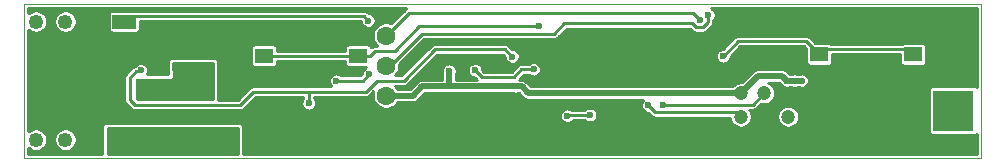
<source format=gbr>
G04 #@! TF.GenerationSoftware,KiCad,Pcbnew,(5.1.5-0-10_14)*
G04 #@! TF.CreationDate,2021-02-26T10:59:33+01:00*
G04 #@! TF.ProjectId,L_tfix,4cf67466-6978-42e6-9b69-6361645f7063,rev?*
G04 #@! TF.SameCoordinates,Original*
G04 #@! TF.FileFunction,Copper,L1,Top*
G04 #@! TF.FilePolarity,Positive*
%FSLAX46Y46*%
G04 Gerber Fmt 4.6, Leading zero omitted, Abs format (unit mm)*
G04 Created by KiCad (PCBNEW (5.1.5-0-10_14)) date 2021-02-26 10:59:33*
%MOMM*%
%LPD*%
G04 APERTURE LIST*
%ADD10C,0.050000*%
%ADD11C,0.150000*%
%ADD12C,1.600000*%
%ADD13R,1.600000X1.600000*%
%ADD14C,1.200000*%
%ADD15C,1.250000*%
%ADD16R,2.000000X1.200000*%
%ADD17R,1.200000X2.000000*%
%ADD18R,1.550000X1.300000*%
%ADD19C,0.600000*%
%ADD20R,2.950000X4.500000*%
%ADD21C,3.500120*%
%ADD22R,3.500120X3.500120*%
%ADD23C,0.500000*%
%ADD24C,0.250000*%
%ADD25C,0.254000*%
G04 APERTURE END LIST*
D10*
X21000000Y-30000000D02*
X21000000Y-33000000D01*
X21000000Y-23000000D02*
X21000000Y-30000000D01*
X21000000Y-20000000D02*
X21000000Y-23000000D01*
X102000000Y-20000000D02*
X21000000Y-20000000D01*
X102000000Y-20000000D02*
X102000000Y-33000000D01*
X21000000Y-33000000D02*
X102000000Y-33000000D01*
G04 #@! TA.AperFunction,SMDPad,CuDef*
D11*
G36*
X36624433Y-30570827D02*
G01*
X36669329Y-30577487D01*
X36713357Y-30588515D01*
X36756091Y-30603806D01*
X36797121Y-30623211D01*
X36836051Y-30646545D01*
X36872507Y-30673583D01*
X36906137Y-30704063D01*
X36936617Y-30737693D01*
X36963655Y-30774149D01*
X36986989Y-30813079D01*
X37006394Y-30854109D01*
X37021685Y-30896843D01*
X37032713Y-30940871D01*
X37039373Y-30985767D01*
X37041600Y-31031100D01*
X37041600Y-31956100D01*
X37039373Y-32001433D01*
X37032713Y-32046329D01*
X37021685Y-32090357D01*
X37006394Y-32133091D01*
X36986989Y-32174121D01*
X36963655Y-32213051D01*
X36936617Y-32249507D01*
X36906137Y-32283137D01*
X36872507Y-32313617D01*
X36836051Y-32340655D01*
X36797121Y-32363989D01*
X36756091Y-32383394D01*
X36713357Y-32398685D01*
X36669329Y-32409713D01*
X36624433Y-32416373D01*
X36579100Y-32418600D01*
X34104100Y-32418600D01*
X34058767Y-32416373D01*
X34013871Y-32409713D01*
X33969843Y-32398685D01*
X33927109Y-32383394D01*
X33886079Y-32363989D01*
X33847149Y-32340655D01*
X33810693Y-32313617D01*
X33777063Y-32283137D01*
X33746583Y-32249507D01*
X33719545Y-32213051D01*
X33696211Y-32174121D01*
X33676806Y-32133091D01*
X33661515Y-32090357D01*
X33650487Y-32046329D01*
X33643827Y-32001433D01*
X33641600Y-31956100D01*
X33641600Y-31031100D01*
X33643827Y-30985767D01*
X33650487Y-30940871D01*
X33661515Y-30896843D01*
X33676806Y-30854109D01*
X33696211Y-30813079D01*
X33719545Y-30774149D01*
X33746583Y-30737693D01*
X33777063Y-30704063D01*
X33810693Y-30673583D01*
X33847149Y-30646545D01*
X33886079Y-30623211D01*
X33927109Y-30603806D01*
X33969843Y-30588515D01*
X34013871Y-30577487D01*
X34058767Y-30570827D01*
X34104100Y-30568600D01*
X36579100Y-30568600D01*
X36624433Y-30570827D01*
G37*
G04 #@! TD.AperFunction*
G04 #@! TA.AperFunction,SMDPad,CuDef*
G36*
X36624433Y-25020827D02*
G01*
X36669329Y-25027487D01*
X36713357Y-25038515D01*
X36756091Y-25053806D01*
X36797121Y-25073211D01*
X36836051Y-25096545D01*
X36872507Y-25123583D01*
X36906137Y-25154063D01*
X36936617Y-25187693D01*
X36963655Y-25224149D01*
X36986989Y-25263079D01*
X37006394Y-25304109D01*
X37021685Y-25346843D01*
X37032713Y-25390871D01*
X37039373Y-25435767D01*
X37041600Y-25481100D01*
X37041600Y-26406100D01*
X37039373Y-26451433D01*
X37032713Y-26496329D01*
X37021685Y-26540357D01*
X37006394Y-26583091D01*
X36986989Y-26624121D01*
X36963655Y-26663051D01*
X36936617Y-26699507D01*
X36906137Y-26733137D01*
X36872507Y-26763617D01*
X36836051Y-26790655D01*
X36797121Y-26813989D01*
X36756091Y-26833394D01*
X36713357Y-26848685D01*
X36669329Y-26859713D01*
X36624433Y-26866373D01*
X36579100Y-26868600D01*
X34104100Y-26868600D01*
X34058767Y-26866373D01*
X34013871Y-26859713D01*
X33969843Y-26848685D01*
X33927109Y-26833394D01*
X33886079Y-26813989D01*
X33847149Y-26790655D01*
X33810693Y-26763617D01*
X33777063Y-26733137D01*
X33746583Y-26699507D01*
X33719545Y-26663051D01*
X33696211Y-26624121D01*
X33676806Y-26583091D01*
X33661515Y-26540357D01*
X33650487Y-26496329D01*
X33643827Y-26451433D01*
X33641600Y-26406100D01*
X33641600Y-25481100D01*
X33643827Y-25435767D01*
X33650487Y-25390871D01*
X33661515Y-25346843D01*
X33676806Y-25304109D01*
X33696211Y-25263079D01*
X33719545Y-25224149D01*
X33746583Y-25187693D01*
X33777063Y-25154063D01*
X33810693Y-25123583D01*
X33847149Y-25096545D01*
X33886079Y-25073211D01*
X33927109Y-25053806D01*
X33969843Y-25038515D01*
X34013871Y-25027487D01*
X34058767Y-25020827D01*
X34104100Y-25018600D01*
X36579100Y-25018600D01*
X36624433Y-25020827D01*
G37*
G04 #@! TD.AperFunction*
D12*
X51640000Y-22651760D03*
X51640000Y-25191760D03*
X51640000Y-27731760D03*
D13*
X51640000Y-30271760D03*
D14*
X85672720Y-29514080D03*
X83672720Y-27514080D03*
X83672720Y-29514080D03*
X81672720Y-27514080D03*
X81672720Y-29514080D03*
D15*
X21985600Y-21466800D03*
X21985600Y-31466800D03*
X24485600Y-21466800D03*
X24485600Y-31466800D03*
D16*
X29485600Y-31466800D03*
X29485600Y-21466800D03*
D17*
X24485600Y-26466800D03*
D18*
X88325000Y-24250000D03*
X88325000Y-28750000D03*
X96275000Y-28750000D03*
X96275000Y-24250000D03*
X49260800Y-28863720D03*
X49260800Y-24363720D03*
X41310800Y-24363720D03*
X41310800Y-28863720D03*
D19*
X38160400Y-25574400D03*
X38160400Y-24474400D03*
X39360400Y-24474400D03*
X39360400Y-25574400D03*
X38160400Y-21974400D03*
X38160400Y-23174400D03*
X39360400Y-23174400D03*
X39360400Y-21974400D03*
D20*
X38760400Y-23774400D03*
D21*
X99674720Y-23916680D03*
D22*
X99674720Y-28996680D03*
D19*
X31620500Y-30871200D03*
X31023600Y-30871200D03*
X31023600Y-32065000D03*
X31023600Y-31468100D03*
X31620500Y-31468100D03*
X31620500Y-32065000D03*
X46035000Y-28382000D03*
X44155400Y-29194800D03*
X43342600Y-28382000D03*
X43342600Y-29194800D03*
X44155400Y-28382000D03*
X79964320Y-30622280D03*
X79115960Y-30612120D03*
X69692560Y-22575560D03*
X69758600Y-29906000D03*
X69763680Y-29260840D03*
X69768760Y-30556240D03*
X64805600Y-30515600D03*
X63942000Y-30515600D03*
X63078400Y-30515600D03*
X57388800Y-27823200D03*
X58252400Y-27823200D03*
X59116000Y-27823200D03*
X59979600Y-27823200D03*
X71353720Y-29911080D03*
X56454080Y-27807960D03*
X67934880Y-22611120D03*
X59979600Y-24622800D03*
X46263600Y-31379200D03*
X47127200Y-31379200D03*
X46263600Y-32242800D03*
X47127200Y-32242800D03*
X93030080Y-24511040D03*
X90459600Y-24521200D03*
X91323200Y-24521200D03*
X92186800Y-24521200D03*
X93497440Y-25257800D03*
X90866000Y-25283200D03*
X91780400Y-25283200D03*
X92644000Y-25283200D03*
X87299840Y-20624840D03*
X86446400Y-20629920D03*
X79461400Y-22590800D03*
X80312300Y-22590800D03*
X60894000Y-24622800D03*
X60436800Y-25384800D03*
X61402000Y-25384800D03*
X71353720Y-30551160D03*
X71348640Y-29265920D03*
X30922000Y-24470400D03*
X32395200Y-22692400D03*
X87297300Y-21498600D03*
X86446400Y-21485900D03*
X46847800Y-28382000D03*
X46035000Y-29194800D03*
X46847800Y-29194800D03*
X50124400Y-21371600D03*
X86202560Y-26477000D03*
X86827400Y-26471920D03*
X85582800Y-26464300D03*
X56980799Y-25629989D03*
X62593260Y-26946900D03*
X50231080Y-25882640D03*
X47421840Y-26471920D03*
X64554220Y-21875048D03*
X80172600Y-24394200D03*
X75095651Y-28486167D03*
X73842920Y-28559800D03*
X31353800Y-26578600D03*
X30718800Y-26578600D03*
X30718800Y-27772400D03*
X31328400Y-27772400D03*
X30718800Y-27175500D03*
X31328400Y-27175500D03*
X30871200Y-25588000D03*
X62316400Y-24419600D03*
X45095204Y-28382000D03*
X78186320Y-21320800D03*
X78902600Y-20914400D03*
X59166800Y-25571485D03*
X64135040Y-25506720D03*
X66979840Y-29443720D03*
X68901297Y-29368692D03*
D23*
X38491200Y-23505200D02*
X38760400Y-23774400D01*
D24*
X29961800Y-20990600D02*
X29485600Y-21466800D01*
X50124400Y-21371600D02*
X49743400Y-20990600D01*
X49743400Y-20990600D02*
X29961800Y-20990600D01*
D23*
X85182801Y-26064301D02*
X85582800Y-26464300D01*
X83122499Y-26064301D02*
X85182801Y-26064301D01*
X81672720Y-27514080D02*
X83122499Y-26064301D01*
X63670980Y-27514080D02*
X81672720Y-27514080D01*
X63103800Y-26946900D02*
X63670980Y-27514080D01*
X56980799Y-26932599D02*
X56980799Y-25629989D01*
X56995100Y-26946900D02*
X56980799Y-26932599D01*
X54686740Y-26946900D02*
X56954500Y-26946900D01*
X51549840Y-27731760D02*
X53901880Y-27731760D01*
X53901880Y-27731760D02*
X54686740Y-26946900D01*
X86819780Y-26464300D02*
X86827400Y-26471920D01*
X85582800Y-26464300D02*
X86819780Y-26464300D01*
X56995100Y-26946900D02*
X62593260Y-26946900D01*
X62593260Y-26946900D02*
X63103800Y-26946900D01*
D24*
X47426920Y-26477000D02*
X47421840Y-26471920D01*
X49641800Y-26477000D02*
X47426920Y-26477000D01*
X50231080Y-25882640D02*
X50231080Y-25887720D01*
X50231080Y-25887720D02*
X49641800Y-26477000D01*
X49260800Y-24363720D02*
X41310800Y-24363720D01*
X54462192Y-21875048D02*
X64554220Y-21875048D01*
X52379920Y-23957320D02*
X54462192Y-21875048D01*
X50285800Y-24363720D02*
X50692200Y-23957320D01*
X50692200Y-23957320D02*
X52379920Y-23957320D01*
X49260800Y-24363720D02*
X50285800Y-24363720D01*
X88325000Y-24063000D02*
X88325000Y-23760200D01*
X95809600Y-23784600D02*
X96275000Y-24250000D01*
X88325000Y-24250000D02*
X88790400Y-23784600D01*
X88790400Y-23784600D02*
X95809600Y-23784600D01*
X81455300Y-23111500D02*
X80227900Y-24338900D01*
X88325000Y-24250000D02*
X87186500Y-23111500D01*
X87186500Y-23111500D02*
X81455300Y-23111500D01*
X82700633Y-28486167D02*
X75095651Y-28486167D01*
X83672720Y-27514080D02*
X82700633Y-28486167D01*
X81302640Y-29144000D02*
X81672720Y-29514080D01*
X73842920Y-28559800D02*
X74427120Y-29144000D01*
X74427120Y-29144000D02*
X81302640Y-29144000D01*
X49900000Y-27400000D02*
X43300000Y-27400000D01*
X61706800Y-23810000D02*
X55763200Y-23810000D01*
X62316400Y-24419600D02*
X61706800Y-23810000D01*
X53116520Y-26456680D02*
X50843320Y-26456680D01*
X55763200Y-23810000D02*
X53116520Y-26456680D01*
X50843320Y-26456680D02*
X49900000Y-27400000D01*
X30805200Y-25654000D02*
X30871200Y-25588000D01*
X38796000Y-28529320D02*
X39270680Y-28529320D01*
X39270680Y-28529320D02*
X40400000Y-27400000D01*
X40400000Y-27400000D02*
X45002200Y-27400000D01*
X30368280Y-28524240D02*
X38790920Y-28524240D01*
X29926320Y-28082280D02*
X30368280Y-28524240D01*
X30480080Y-25654000D02*
X30805200Y-25654000D01*
X30480080Y-25654000D02*
X29926320Y-26207760D01*
X29926320Y-26207760D02*
X29926320Y-28082280D01*
X45095204Y-27957736D02*
X45095204Y-28382000D01*
X45044400Y-27442200D02*
X45095204Y-27493004D01*
X45095204Y-27493004D02*
X45095204Y-27957736D01*
X51640000Y-22651760D02*
X53534840Y-20756920D01*
X77622440Y-20756920D02*
X78186320Y-21320800D01*
X53534840Y-20756920D02*
X77622440Y-20756920D01*
X77886319Y-21945801D02*
X78486321Y-21945801D01*
X77561319Y-21620801D02*
X77886319Y-21945801D01*
X51993840Y-25191760D02*
X54681160Y-22504440D01*
X78486321Y-21945801D02*
X78902600Y-21529522D01*
X54681160Y-22504440D02*
X65847000Y-22504440D01*
X78902600Y-21529522D02*
X78902600Y-20914400D01*
X51640000Y-25191760D02*
X51993840Y-25191760D01*
X65847000Y-22504440D02*
X66730639Y-21620801D01*
X66730639Y-21620801D02*
X77561319Y-21620801D01*
X63093640Y-25506720D02*
X64135040Y-25506720D01*
X62453560Y-26146800D02*
X63093640Y-25506720D01*
X59166800Y-25571485D02*
X59742115Y-26146800D01*
X59742115Y-26146800D02*
X62453560Y-26146800D01*
X67054868Y-29368692D02*
X68901297Y-29368692D01*
X66979840Y-29443720D02*
X67054868Y-29368692D01*
D25*
G36*
X39075400Y-30485043D02*
G01*
X39075400Y-32648000D01*
X28067000Y-32648000D01*
X28067000Y-30480058D01*
X39075400Y-30485043D01*
G37*
X39075400Y-30485043D02*
X39075400Y-32648000D01*
X28067000Y-32648000D01*
X28067000Y-30480058D01*
X39075400Y-30485043D01*
G36*
X36941800Y-24995280D02*
G01*
X36941800Y-28008764D01*
X30518791Y-28016055D01*
X30527613Y-26388232D01*
X32803968Y-26390600D01*
X32806823Y-26390571D01*
X33515523Y-26375371D01*
X33540242Y-26372400D01*
X33563906Y-26364664D01*
X33585605Y-26352459D01*
X33604508Y-26336256D01*
X33619885Y-26316677D01*
X33631148Y-26294474D01*
X33637862Y-26270500D01*
X33639796Y-26247368D01*
X33629433Y-24971714D01*
X36941800Y-24995280D01*
G37*
X36941800Y-24995280D02*
X36941800Y-28008764D01*
X30518791Y-28016055D01*
X30527613Y-26388232D01*
X32803968Y-26390600D01*
X32806823Y-26390571D01*
X33515523Y-26375371D01*
X33540242Y-26372400D01*
X33563906Y-26364664D01*
X33585605Y-26352459D01*
X33604508Y-26336256D01*
X33619885Y-26316677D01*
X33631148Y-26294474D01*
X33637862Y-26270500D01*
X33639796Y-26247368D01*
X33629433Y-24971714D01*
X36941800Y-24995280D01*
G36*
X53282507Y-20379277D02*
G01*
X53213681Y-20435761D01*
X53199526Y-20453010D01*
X52050569Y-21601967D01*
X51968734Y-21568070D01*
X51751000Y-21524760D01*
X51529000Y-21524760D01*
X51311266Y-21568070D01*
X51106165Y-21653026D01*
X50921579Y-21776362D01*
X50764602Y-21933339D01*
X50641266Y-22117925D01*
X50556310Y-22323026D01*
X50513000Y-22540760D01*
X50513000Y-22762760D01*
X50556310Y-22980494D01*
X50641266Y-23185595D01*
X50764602Y-23370181D01*
X50899741Y-23505320D01*
X50714404Y-23505320D01*
X50692199Y-23503133D01*
X50603592Y-23511860D01*
X50583762Y-23517876D01*
X50518390Y-23537706D01*
X50439867Y-23579677D01*
X50371041Y-23636161D01*
X50358275Y-23651717D01*
X50358068Y-23649617D01*
X50339370Y-23587977D01*
X50309006Y-23531170D01*
X50268143Y-23481377D01*
X50218350Y-23440514D01*
X50161543Y-23410150D01*
X50099903Y-23391452D01*
X50035800Y-23385138D01*
X48485800Y-23385138D01*
X48421697Y-23391452D01*
X48360057Y-23410150D01*
X48303250Y-23440514D01*
X48253457Y-23481377D01*
X48212594Y-23531170D01*
X48182230Y-23587977D01*
X48163532Y-23649617D01*
X48157218Y-23713720D01*
X48157218Y-23911720D01*
X42414382Y-23911720D01*
X42414382Y-23713720D01*
X42408068Y-23649617D01*
X42389370Y-23587977D01*
X42359006Y-23531170D01*
X42318143Y-23481377D01*
X42268350Y-23440514D01*
X42211543Y-23410150D01*
X42149903Y-23391452D01*
X42085800Y-23385138D01*
X40535800Y-23385138D01*
X40471697Y-23391452D01*
X40410057Y-23410150D01*
X40353250Y-23440514D01*
X40303457Y-23481377D01*
X40262594Y-23531170D01*
X40232230Y-23587977D01*
X40213532Y-23649617D01*
X40207218Y-23713720D01*
X40207218Y-25013720D01*
X40213532Y-25077823D01*
X40232230Y-25139463D01*
X40262594Y-25196270D01*
X40303457Y-25246063D01*
X40353250Y-25286926D01*
X40410057Y-25317290D01*
X40471697Y-25335988D01*
X40535800Y-25342302D01*
X42085800Y-25342302D01*
X42149903Y-25335988D01*
X42211543Y-25317290D01*
X42268350Y-25286926D01*
X42318143Y-25246063D01*
X42359006Y-25196270D01*
X42389370Y-25139463D01*
X42408068Y-25077823D01*
X42414382Y-25013720D01*
X42414382Y-24815720D01*
X48157218Y-24815720D01*
X48157218Y-25013720D01*
X48163532Y-25077823D01*
X48182230Y-25139463D01*
X48212594Y-25196270D01*
X48253457Y-25246063D01*
X48303250Y-25286926D01*
X48360057Y-25317290D01*
X48421697Y-25335988D01*
X48485800Y-25342302D01*
X49911183Y-25342302D01*
X49831391Y-25395617D01*
X49744057Y-25482951D01*
X49675440Y-25585644D01*
X49628175Y-25699751D01*
X49604080Y-25820886D01*
X49604080Y-25875497D01*
X49454577Y-26025000D01*
X47861632Y-26025000D01*
X47821529Y-25984897D01*
X47718836Y-25916280D01*
X47604729Y-25869015D01*
X47483594Y-25844920D01*
X47360086Y-25844920D01*
X47238951Y-25869015D01*
X47124844Y-25916280D01*
X47022151Y-25984897D01*
X46934817Y-26072231D01*
X46866200Y-26174924D01*
X46818935Y-26289031D01*
X46794840Y-26410166D01*
X46794840Y-26533674D01*
X46818935Y-26654809D01*
X46866200Y-26768916D01*
X46934817Y-26871609D01*
X47011208Y-26948000D01*
X40422205Y-26948000D01*
X40400000Y-26945813D01*
X40311392Y-26954540D01*
X40233103Y-26978289D01*
X40226190Y-26980386D01*
X40147667Y-27022357D01*
X40078841Y-27078841D01*
X40064681Y-27096095D01*
X39083457Y-28077320D01*
X38864703Y-28077320D01*
X38813125Y-28072240D01*
X37395800Y-28072240D01*
X37395800Y-24869180D01*
X37389963Y-24807669D01*
X37371791Y-24746195D01*
X37341976Y-24689447D01*
X37301663Y-24639607D01*
X37252401Y-24598589D01*
X37196084Y-24567969D01*
X37134875Y-24548925D01*
X37071126Y-24542188D01*
X33503716Y-24516808D01*
X33434992Y-24523612D01*
X33373803Y-24542718D01*
X33317516Y-24573394D01*
X33268295Y-24614462D01*
X33228033Y-24664343D01*
X33198275Y-24721121D01*
X33180166Y-24782613D01*
X33174401Y-24846456D01*
X33183190Y-25928394D01*
X32800763Y-25936596D01*
X31393340Y-25935132D01*
X31426840Y-25884996D01*
X31474105Y-25770889D01*
X31498200Y-25649754D01*
X31498200Y-25526246D01*
X31474105Y-25405111D01*
X31426840Y-25291004D01*
X31358223Y-25188311D01*
X31270889Y-25100977D01*
X31168196Y-25032360D01*
X31054089Y-24985095D01*
X30932954Y-24961000D01*
X30809446Y-24961000D01*
X30688311Y-24985095D01*
X30574204Y-25032360D01*
X30471511Y-25100977D01*
X30384177Y-25188311D01*
X30365370Y-25216458D01*
X30325403Y-25228582D01*
X30306270Y-25234386D01*
X30227747Y-25276357D01*
X30158921Y-25332841D01*
X30144761Y-25350095D01*
X29622420Y-25872437D01*
X29605161Y-25886601D01*
X29548677Y-25955428D01*
X29522352Y-26004680D01*
X29506706Y-26033951D01*
X29480860Y-26119153D01*
X29472133Y-26207760D01*
X29474320Y-26229965D01*
X29474321Y-28060065D01*
X29472133Y-28082280D01*
X29480860Y-28170887D01*
X29506706Y-28256089D01*
X29539419Y-28317291D01*
X29548678Y-28334613D01*
X29605162Y-28403439D01*
X29622416Y-28417599D01*
X30032961Y-28828145D01*
X30047121Y-28845399D01*
X30115947Y-28901883D01*
X30155739Y-28923152D01*
X30194470Y-28943854D01*
X30279672Y-28969700D01*
X30368280Y-28978427D01*
X30390485Y-28976240D01*
X38722217Y-28976240D01*
X38773795Y-28981320D01*
X39248475Y-28981320D01*
X39270680Y-28983507D01*
X39292885Y-28981320D01*
X39359287Y-28974780D01*
X39444490Y-28948934D01*
X39523013Y-28906963D01*
X39591839Y-28850479D01*
X39606003Y-28833220D01*
X40587224Y-27852000D01*
X44643205Y-27852000D01*
X44643205Y-27935523D01*
X44643204Y-27935532D01*
X44643204Y-27947288D01*
X44608181Y-27982311D01*
X44539564Y-28085004D01*
X44492299Y-28199111D01*
X44468204Y-28320246D01*
X44468204Y-28443754D01*
X44492299Y-28564889D01*
X44539564Y-28678996D01*
X44608181Y-28781689D01*
X44695515Y-28869023D01*
X44798208Y-28937640D01*
X44912315Y-28984905D01*
X45033450Y-29009000D01*
X45156958Y-29009000D01*
X45278093Y-28984905D01*
X45392200Y-28937640D01*
X45494893Y-28869023D01*
X45582227Y-28781689D01*
X45650844Y-28678996D01*
X45698109Y-28564889D01*
X45722204Y-28443754D01*
X45722204Y-28320246D01*
X45698109Y-28199111D01*
X45650844Y-28085004D01*
X45582227Y-27982311D01*
X45547204Y-27947288D01*
X45547204Y-27852000D01*
X49877795Y-27852000D01*
X49900000Y-27854187D01*
X49922205Y-27852000D01*
X49988607Y-27845460D01*
X50073810Y-27819614D01*
X50152333Y-27777643D01*
X50221159Y-27721159D01*
X50235323Y-27703900D01*
X50570532Y-27368691D01*
X50556310Y-27403026D01*
X50513000Y-27620760D01*
X50513000Y-27842760D01*
X50556310Y-28060494D01*
X50641266Y-28265595D01*
X50764602Y-28450181D01*
X50921579Y-28607158D01*
X51106165Y-28730494D01*
X51311266Y-28815450D01*
X51529000Y-28858760D01*
X51751000Y-28858760D01*
X51968734Y-28815450D01*
X52173835Y-28730494D01*
X52358421Y-28607158D01*
X52515398Y-28450181D01*
X52609892Y-28308760D01*
X53873549Y-28308760D01*
X53901880Y-28311550D01*
X53930211Y-28308760D01*
X53930216Y-28308760D01*
X53959925Y-28305834D01*
X54014991Y-28300411D01*
X54059650Y-28286863D01*
X54123756Y-28267417D01*
X54223995Y-28213839D01*
X54311854Y-28141734D01*
X54329919Y-28119722D01*
X54925741Y-27523900D01*
X56966761Y-27523900D01*
X56995100Y-27526691D01*
X57023439Y-27523900D01*
X62347831Y-27523900D01*
X62410371Y-27549805D01*
X62531506Y-27573900D01*
X62655014Y-27573900D01*
X62776149Y-27549805D01*
X62838689Y-27523900D01*
X62864799Y-27523900D01*
X63242941Y-27902042D01*
X63261006Y-27924054D01*
X63348865Y-27996159D01*
X63449104Y-28049737D01*
X63493762Y-28063284D01*
X63557868Y-28082731D01*
X63670980Y-28093871D01*
X63699319Y-28091080D01*
X73424928Y-28091080D01*
X73355897Y-28160111D01*
X73287280Y-28262804D01*
X73240015Y-28376911D01*
X73215920Y-28498046D01*
X73215920Y-28621554D01*
X73240015Y-28742689D01*
X73287280Y-28856796D01*
X73355897Y-28959489D01*
X73443231Y-29046823D01*
X73545924Y-29115440D01*
X73660031Y-29162705D01*
X73781166Y-29186800D01*
X73830696Y-29186800D01*
X74091801Y-29447905D01*
X74105961Y-29465159D01*
X74174787Y-29521643D01*
X74230798Y-29551581D01*
X74253310Y-29563614D01*
X74338512Y-29589460D01*
X74427120Y-29598187D01*
X74449325Y-29596000D01*
X80745720Y-29596000D01*
X80745720Y-29605381D01*
X80781344Y-29784476D01*
X80851224Y-29953179D01*
X80952672Y-30105008D01*
X81081792Y-30234128D01*
X81233621Y-30335576D01*
X81402324Y-30405456D01*
X81581419Y-30441080D01*
X81764021Y-30441080D01*
X81943116Y-30405456D01*
X82111819Y-30335576D01*
X82263648Y-30234128D01*
X82392768Y-30105008D01*
X82494216Y-29953179D01*
X82564096Y-29784476D01*
X82599720Y-29605381D01*
X82599720Y-29422779D01*
X84745720Y-29422779D01*
X84745720Y-29605381D01*
X84781344Y-29784476D01*
X84851224Y-29953179D01*
X84952672Y-30105008D01*
X85081792Y-30234128D01*
X85233621Y-30335576D01*
X85402324Y-30405456D01*
X85581419Y-30441080D01*
X85764021Y-30441080D01*
X85943116Y-30405456D01*
X86111819Y-30335576D01*
X86263648Y-30234128D01*
X86392768Y-30105008D01*
X86494216Y-29953179D01*
X86564096Y-29784476D01*
X86599720Y-29605381D01*
X86599720Y-29422779D01*
X86564096Y-29243684D01*
X86494216Y-29074981D01*
X86392768Y-28923152D01*
X86263648Y-28794032D01*
X86111819Y-28692584D01*
X85943116Y-28622704D01*
X85764021Y-28587080D01*
X85581419Y-28587080D01*
X85402324Y-28622704D01*
X85233621Y-28692584D01*
X85081792Y-28794032D01*
X84952672Y-28923152D01*
X84851224Y-29074981D01*
X84781344Y-29243684D01*
X84745720Y-29422779D01*
X82599720Y-29422779D01*
X82564096Y-29243684D01*
X82494216Y-29074981D01*
X82402801Y-28938167D01*
X82678428Y-28938167D01*
X82700633Y-28940354D01*
X82722838Y-28938167D01*
X82789240Y-28931627D01*
X82874443Y-28905781D01*
X82952966Y-28863810D01*
X83021792Y-28807326D01*
X83035956Y-28790067D01*
X83417541Y-28408483D01*
X83581419Y-28441080D01*
X83764021Y-28441080D01*
X83943116Y-28405456D01*
X84111819Y-28335576D01*
X84263648Y-28234128D01*
X84392768Y-28105008D01*
X84494216Y-27953179D01*
X84564096Y-27784476D01*
X84599720Y-27605381D01*
X84599720Y-27422779D01*
X84564096Y-27243684D01*
X84494216Y-27074981D01*
X84392768Y-26923152D01*
X84263648Y-26794032D01*
X84111819Y-26692584D01*
X83988013Y-26641301D01*
X84943800Y-26641301D01*
X85001255Y-26698757D01*
X85027160Y-26761296D01*
X85095777Y-26863989D01*
X85183111Y-26951323D01*
X85285804Y-27019940D01*
X85399911Y-27067205D01*
X85521046Y-27091300D01*
X85644554Y-27091300D01*
X85765689Y-27067205D01*
X85828229Y-27041300D01*
X85926471Y-27041300D01*
X86019671Y-27079905D01*
X86140806Y-27104000D01*
X86264314Y-27104000D01*
X86385449Y-27079905D01*
X86478649Y-27041300D01*
X86563575Y-27041300D01*
X86644511Y-27074825D01*
X86765646Y-27098920D01*
X86889154Y-27098920D01*
X87010289Y-27074825D01*
X87124396Y-27027560D01*
X87227089Y-26958943D01*
X87314423Y-26871609D01*
X87383040Y-26768916D01*
X87430305Y-26654809D01*
X87454400Y-26533674D01*
X87454400Y-26410166D01*
X87430305Y-26289031D01*
X87383040Y-26174924D01*
X87314423Y-26072231D01*
X87227089Y-25984897D01*
X87124396Y-25916280D01*
X87010289Y-25869015D01*
X86889154Y-25844920D01*
X86765646Y-25844920D01*
X86644511Y-25869015D01*
X86600367Y-25887300D01*
X86417328Y-25887300D01*
X86385449Y-25874095D01*
X86264314Y-25850000D01*
X86140806Y-25850000D01*
X86019671Y-25874095D01*
X85987792Y-25887300D01*
X85828229Y-25887300D01*
X85817257Y-25882755D01*
X85610840Y-25676339D01*
X85592775Y-25654327D01*
X85504916Y-25582222D01*
X85404677Y-25528644D01*
X85332403Y-25506720D01*
X85295912Y-25495650D01*
X85240846Y-25490227D01*
X85211137Y-25487301D01*
X85211132Y-25487301D01*
X85182801Y-25484511D01*
X85154470Y-25487301D01*
X83150827Y-25487301D01*
X83122498Y-25484511D01*
X83094169Y-25487301D01*
X83094163Y-25487301D01*
X83009387Y-25495651D01*
X82900623Y-25528644D01*
X82800384Y-25582222D01*
X82784415Y-25595328D01*
X82734534Y-25636264D01*
X82734532Y-25636266D01*
X82712525Y-25654327D01*
X82694464Y-25676334D01*
X81780451Y-26590348D01*
X81764021Y-26587080D01*
X81581419Y-26587080D01*
X81402324Y-26622704D01*
X81233621Y-26692584D01*
X81081792Y-26794032D01*
X80952672Y-26923152D01*
X80943366Y-26937080D01*
X63909981Y-26937080D01*
X63531838Y-26558937D01*
X63513774Y-26536926D01*
X63425915Y-26464821D01*
X63325676Y-26411243D01*
X63261570Y-26391797D01*
X63216911Y-26378249D01*
X63161845Y-26372826D01*
X63132136Y-26369900D01*
X63132131Y-26369900D01*
X63103800Y-26367110D01*
X63075469Y-26369900D01*
X62869683Y-26369900D01*
X63280864Y-25958720D01*
X63700328Y-25958720D01*
X63735351Y-25993743D01*
X63838044Y-26062360D01*
X63952151Y-26109625D01*
X64073286Y-26133720D01*
X64196794Y-26133720D01*
X64317929Y-26109625D01*
X64432036Y-26062360D01*
X64534729Y-25993743D01*
X64622063Y-25906409D01*
X64690680Y-25803716D01*
X64737945Y-25689609D01*
X64762040Y-25568474D01*
X64762040Y-25444966D01*
X64737945Y-25323831D01*
X64690680Y-25209724D01*
X64622063Y-25107031D01*
X64534729Y-25019697D01*
X64432036Y-24951080D01*
X64317929Y-24903815D01*
X64196794Y-24879720D01*
X64073286Y-24879720D01*
X63952151Y-24903815D01*
X63838044Y-24951080D01*
X63735351Y-25019697D01*
X63700328Y-25054720D01*
X63115845Y-25054720D01*
X63093640Y-25052533D01*
X63005032Y-25061260D01*
X62961884Y-25074349D01*
X62919830Y-25087106D01*
X62841307Y-25129077D01*
X62772481Y-25185561D01*
X62758321Y-25202815D01*
X62266337Y-25694800D01*
X59929340Y-25694800D01*
X59793800Y-25559261D01*
X59793800Y-25509731D01*
X59769705Y-25388596D01*
X59722440Y-25274489D01*
X59653823Y-25171796D01*
X59566489Y-25084462D01*
X59463796Y-25015845D01*
X59349689Y-24968580D01*
X59228554Y-24944485D01*
X59105046Y-24944485D01*
X58983911Y-24968580D01*
X58869804Y-25015845D01*
X58767111Y-25084462D01*
X58679777Y-25171796D01*
X58611160Y-25274489D01*
X58563895Y-25388596D01*
X58539800Y-25509731D01*
X58539800Y-25633239D01*
X58563895Y-25754374D01*
X58611160Y-25868481D01*
X58679777Y-25971174D01*
X58767111Y-26058508D01*
X58869804Y-26127125D01*
X58983911Y-26174390D01*
X59105046Y-26198485D01*
X59154576Y-26198485D01*
X59325990Y-26369900D01*
X57557799Y-26369900D01*
X57557799Y-25875418D01*
X57583704Y-25812878D01*
X57607799Y-25691743D01*
X57607799Y-25568235D01*
X57583704Y-25447100D01*
X57536439Y-25332993D01*
X57467822Y-25230300D01*
X57380488Y-25142966D01*
X57277795Y-25074349D01*
X57163688Y-25027084D01*
X57042553Y-25002989D01*
X56919045Y-25002989D01*
X56797910Y-25027084D01*
X56683803Y-25074349D01*
X56581110Y-25142966D01*
X56493776Y-25230300D01*
X56425159Y-25332993D01*
X56377894Y-25447100D01*
X56353799Y-25568235D01*
X56353799Y-25691743D01*
X56377894Y-25812878D01*
X56403800Y-25875420D01*
X56403799Y-26369900D01*
X54715079Y-26369900D01*
X54686740Y-26367109D01*
X54573628Y-26378249D01*
X54516066Y-26395711D01*
X54464864Y-26411243D01*
X54364625Y-26464821D01*
X54276766Y-26536926D01*
X54258702Y-26558937D01*
X53662879Y-27154760D01*
X52609892Y-27154760D01*
X52515398Y-27013339D01*
X52410739Y-26908680D01*
X53094315Y-26908680D01*
X53116520Y-26910867D01*
X53138725Y-26908680D01*
X53205127Y-26902140D01*
X53290330Y-26876294D01*
X53368853Y-26834323D01*
X53437679Y-26777839D01*
X53451843Y-26760580D01*
X55950424Y-24262000D01*
X61519577Y-24262000D01*
X61689400Y-24431823D01*
X61689400Y-24481354D01*
X61713495Y-24602489D01*
X61760760Y-24716596D01*
X61829377Y-24819289D01*
X61916711Y-24906623D01*
X62019404Y-24975240D01*
X62133511Y-25022505D01*
X62254646Y-25046600D01*
X62378154Y-25046600D01*
X62499289Y-25022505D01*
X62613396Y-24975240D01*
X62716089Y-24906623D01*
X62803423Y-24819289D01*
X62872040Y-24716596D01*
X62919305Y-24602489D01*
X62943400Y-24481354D01*
X62943400Y-24357846D01*
X62938348Y-24332446D01*
X79545600Y-24332446D01*
X79545600Y-24455954D01*
X79569695Y-24577089D01*
X79616960Y-24691196D01*
X79685577Y-24793889D01*
X79772911Y-24881223D01*
X79875604Y-24949840D01*
X79989711Y-24997105D01*
X80110846Y-25021200D01*
X80234354Y-25021200D01*
X80355489Y-24997105D01*
X80469596Y-24949840D01*
X80572289Y-24881223D01*
X80659623Y-24793889D01*
X80728240Y-24691196D01*
X80775505Y-24577089D01*
X80799600Y-24455954D01*
X80799600Y-24406423D01*
X81642524Y-23563500D01*
X86999277Y-23563500D01*
X87221418Y-23785642D01*
X87221418Y-24900000D01*
X87227732Y-24964103D01*
X87246430Y-25025743D01*
X87276794Y-25082550D01*
X87317657Y-25132343D01*
X87367450Y-25173206D01*
X87424257Y-25203570D01*
X87485897Y-25222268D01*
X87550000Y-25228582D01*
X89100000Y-25228582D01*
X89164103Y-25222268D01*
X89225743Y-25203570D01*
X89282550Y-25173206D01*
X89332343Y-25132343D01*
X89373206Y-25082550D01*
X89403570Y-25025743D01*
X89422268Y-24964103D01*
X89428582Y-24900000D01*
X89428582Y-24236600D01*
X95171418Y-24236600D01*
X95171418Y-24900000D01*
X95177732Y-24964103D01*
X95196430Y-25025743D01*
X95226794Y-25082550D01*
X95267657Y-25132343D01*
X95317450Y-25173206D01*
X95374257Y-25203570D01*
X95435897Y-25222268D01*
X95500000Y-25228582D01*
X97050000Y-25228582D01*
X97114103Y-25222268D01*
X97175743Y-25203570D01*
X97232550Y-25173206D01*
X97282343Y-25132343D01*
X97323206Y-25082550D01*
X97353570Y-25025743D01*
X97372268Y-24964103D01*
X97378582Y-24900000D01*
X97378582Y-23600000D01*
X97372268Y-23535897D01*
X97353570Y-23474257D01*
X97323206Y-23417450D01*
X97282343Y-23367657D01*
X97232550Y-23326794D01*
X97175743Y-23296430D01*
X97114103Y-23277732D01*
X97050000Y-23271418D01*
X95500000Y-23271418D01*
X95435897Y-23277732D01*
X95374257Y-23296430D01*
X95317450Y-23326794D01*
X95310375Y-23332600D01*
X89289625Y-23332600D01*
X89282550Y-23326794D01*
X89225743Y-23296430D01*
X89164103Y-23277732D01*
X89100000Y-23271418D01*
X87985642Y-23271418D01*
X87521823Y-22807600D01*
X87507659Y-22790341D01*
X87438833Y-22733857D01*
X87360310Y-22691886D01*
X87275107Y-22666040D01*
X87208705Y-22659500D01*
X87186500Y-22657313D01*
X87164295Y-22659500D01*
X81477505Y-22659500D01*
X81455300Y-22657313D01*
X81366692Y-22666040D01*
X81281490Y-22691886D01*
X81202967Y-22733857D01*
X81134141Y-22790341D01*
X81119981Y-22807595D01*
X80160377Y-23767200D01*
X80110846Y-23767200D01*
X79989711Y-23791295D01*
X79875604Y-23838560D01*
X79772911Y-23907177D01*
X79685577Y-23994511D01*
X79616960Y-24097204D01*
X79569695Y-24211311D01*
X79545600Y-24332446D01*
X62938348Y-24332446D01*
X62919305Y-24236711D01*
X62872040Y-24122604D01*
X62803423Y-24019911D01*
X62716089Y-23932577D01*
X62613396Y-23863960D01*
X62499289Y-23816695D01*
X62378154Y-23792600D01*
X62328623Y-23792600D01*
X62042123Y-23506100D01*
X62027959Y-23488841D01*
X61959133Y-23432357D01*
X61880610Y-23390386D01*
X61795407Y-23364540D01*
X61729005Y-23358000D01*
X61706800Y-23355813D01*
X61684595Y-23358000D01*
X55785405Y-23358000D01*
X55763200Y-23355813D01*
X55674592Y-23364540D01*
X55606690Y-23385138D01*
X55589390Y-23390386D01*
X55510867Y-23432357D01*
X55442041Y-23488841D01*
X55427881Y-23506095D01*
X52929297Y-26004680D01*
X52420899Y-26004680D01*
X52515398Y-25910181D01*
X52638734Y-25725595D01*
X52723690Y-25520494D01*
X52767000Y-25302760D01*
X52767000Y-25080760D01*
X52763195Y-25061629D01*
X54868385Y-22956440D01*
X65824795Y-22956440D01*
X65847000Y-22958627D01*
X65869205Y-22956440D01*
X65935607Y-22949900D01*
X66020810Y-22924054D01*
X66099333Y-22882083D01*
X66168159Y-22825599D01*
X66182323Y-22808340D01*
X66917864Y-22072801D01*
X77374095Y-22072801D01*
X77551004Y-22249711D01*
X77565160Y-22266960D01*
X77633986Y-22323444D01*
X77712509Y-22365415D01*
X77777881Y-22385245D01*
X77797711Y-22391261D01*
X77886318Y-22399988D01*
X77908523Y-22397801D01*
X78464116Y-22397801D01*
X78486321Y-22399988D01*
X78508526Y-22397801D01*
X78574928Y-22391261D01*
X78660131Y-22365415D01*
X78738654Y-22323444D01*
X78807480Y-22266960D01*
X78821644Y-22249701D01*
X79206511Y-21864836D01*
X79223759Y-21850681D01*
X79280243Y-21781855D01*
X79322214Y-21703332D01*
X79342044Y-21637960D01*
X79348060Y-21618130D01*
X79356787Y-21529523D01*
X79354600Y-21507318D01*
X79354600Y-21349112D01*
X79389623Y-21314089D01*
X79458240Y-21211396D01*
X79505505Y-21097289D01*
X79529600Y-20976154D01*
X79529600Y-20852646D01*
X79505505Y-20731511D01*
X79458240Y-20617404D01*
X79389623Y-20514711D01*
X79302289Y-20427377D01*
X79199596Y-20358760D01*
X79183276Y-20352000D01*
X101648000Y-20352000D01*
X101648001Y-27006791D01*
X101607330Y-26973414D01*
X101550523Y-26943050D01*
X101488883Y-26924352D01*
X101424780Y-26918038D01*
X97924660Y-26918038D01*
X97860557Y-26924352D01*
X97798917Y-26943050D01*
X97742110Y-26973414D01*
X97692317Y-27014277D01*
X97651454Y-27064070D01*
X97621090Y-27120877D01*
X97602392Y-27182517D01*
X97596078Y-27246620D01*
X97596078Y-30746740D01*
X97602392Y-30810843D01*
X97621090Y-30872483D01*
X97651454Y-30929290D01*
X97692317Y-30979083D01*
X97742110Y-31019946D01*
X97798917Y-31050310D01*
X97860557Y-31069008D01*
X97924660Y-31075322D01*
X101424780Y-31075322D01*
X101488883Y-31069008D01*
X101550523Y-31050310D01*
X101607330Y-31019946D01*
X101648001Y-30986569D01*
X101648001Y-32648000D01*
X39529400Y-32648000D01*
X39529400Y-30358100D01*
X39523146Y-30294451D01*
X39504565Y-30233099D01*
X39474373Y-30176552D01*
X39433729Y-30126981D01*
X39384195Y-30086292D01*
X39327674Y-30056048D01*
X39266340Y-30037412D01*
X39202548Y-30031100D01*
X27940148Y-30026000D01*
X27876205Y-30032283D01*
X27814863Y-30050891D01*
X27758329Y-30081109D01*
X27708776Y-30121776D01*
X27668109Y-30171329D01*
X27637891Y-30227863D01*
X27619283Y-30289205D01*
X27613000Y-30353000D01*
X27613000Y-32648000D01*
X21352000Y-32648000D01*
X21352000Y-32179530D01*
X21378736Y-32206266D01*
X21534659Y-32310451D01*
X21707912Y-32382215D01*
X21891836Y-32418800D01*
X22079364Y-32418800D01*
X22263288Y-32382215D01*
X22436541Y-32310451D01*
X22592464Y-32206266D01*
X22725066Y-32073664D01*
X22829251Y-31917741D01*
X22901015Y-31744488D01*
X22937600Y-31560564D01*
X22937600Y-31373036D01*
X23533600Y-31373036D01*
X23533600Y-31560564D01*
X23570185Y-31744488D01*
X23641949Y-31917741D01*
X23746134Y-32073664D01*
X23878736Y-32206266D01*
X24034659Y-32310451D01*
X24207912Y-32382215D01*
X24391836Y-32418800D01*
X24579364Y-32418800D01*
X24763288Y-32382215D01*
X24936541Y-32310451D01*
X25092464Y-32206266D01*
X25225066Y-32073664D01*
X25329251Y-31917741D01*
X25401015Y-31744488D01*
X25437600Y-31560564D01*
X25437600Y-31373036D01*
X25401015Y-31189112D01*
X25329251Y-31015859D01*
X25225066Y-30859936D01*
X25092464Y-30727334D01*
X24936541Y-30623149D01*
X24763288Y-30551385D01*
X24579364Y-30514800D01*
X24391836Y-30514800D01*
X24207912Y-30551385D01*
X24034659Y-30623149D01*
X23878736Y-30727334D01*
X23746134Y-30859936D01*
X23641949Y-31015859D01*
X23570185Y-31189112D01*
X23533600Y-31373036D01*
X22937600Y-31373036D01*
X22901015Y-31189112D01*
X22829251Y-31015859D01*
X22725066Y-30859936D01*
X22592464Y-30727334D01*
X22436541Y-30623149D01*
X22263288Y-30551385D01*
X22079364Y-30514800D01*
X21891836Y-30514800D01*
X21707912Y-30551385D01*
X21534659Y-30623149D01*
X21378736Y-30727334D01*
X21352000Y-30754070D01*
X21352000Y-29381966D01*
X66352840Y-29381966D01*
X66352840Y-29505474D01*
X66376935Y-29626609D01*
X66424200Y-29740716D01*
X66492817Y-29843409D01*
X66580151Y-29930743D01*
X66682844Y-29999360D01*
X66796951Y-30046625D01*
X66918086Y-30070720D01*
X67041594Y-30070720D01*
X67162729Y-30046625D01*
X67276836Y-29999360D01*
X67379529Y-29930743D01*
X67466863Y-29843409D01*
X67482042Y-29820692D01*
X68466585Y-29820692D01*
X68501608Y-29855715D01*
X68604301Y-29924332D01*
X68718408Y-29971597D01*
X68839543Y-29995692D01*
X68963051Y-29995692D01*
X69084186Y-29971597D01*
X69198293Y-29924332D01*
X69300986Y-29855715D01*
X69388320Y-29768381D01*
X69456937Y-29665688D01*
X69504202Y-29551581D01*
X69528297Y-29430446D01*
X69528297Y-29306938D01*
X69504202Y-29185803D01*
X69456937Y-29071696D01*
X69388320Y-28969003D01*
X69300986Y-28881669D01*
X69198293Y-28813052D01*
X69084186Y-28765787D01*
X68963051Y-28741692D01*
X68839543Y-28741692D01*
X68718408Y-28765787D01*
X68604301Y-28813052D01*
X68501608Y-28881669D01*
X68466585Y-28916692D01*
X67319657Y-28916692D01*
X67276836Y-28888080D01*
X67162729Y-28840815D01*
X67041594Y-28816720D01*
X66918086Y-28816720D01*
X66796951Y-28840815D01*
X66682844Y-28888080D01*
X66580151Y-28956697D01*
X66492817Y-29044031D01*
X66424200Y-29146724D01*
X66376935Y-29260831D01*
X66352840Y-29381966D01*
X21352000Y-29381966D01*
X21352000Y-22179530D01*
X21378736Y-22206266D01*
X21534659Y-22310451D01*
X21707912Y-22382215D01*
X21891836Y-22418800D01*
X22079364Y-22418800D01*
X22263288Y-22382215D01*
X22436541Y-22310451D01*
X22592464Y-22206266D01*
X22725066Y-22073664D01*
X22829251Y-21917741D01*
X22901015Y-21744488D01*
X22937600Y-21560564D01*
X22937600Y-21373036D01*
X23533600Y-21373036D01*
X23533600Y-21560564D01*
X23570185Y-21744488D01*
X23641949Y-21917741D01*
X23746134Y-22073664D01*
X23878736Y-22206266D01*
X24034659Y-22310451D01*
X24207912Y-22382215D01*
X24391836Y-22418800D01*
X24579364Y-22418800D01*
X24763288Y-22382215D01*
X24936541Y-22310451D01*
X25092464Y-22206266D01*
X25225066Y-22073664D01*
X25329251Y-21917741D01*
X25401015Y-21744488D01*
X25437600Y-21560564D01*
X25437600Y-21373036D01*
X25401015Y-21189112D01*
X25329251Y-21015859D01*
X25229653Y-20866800D01*
X28157018Y-20866800D01*
X28157018Y-22066800D01*
X28163332Y-22130903D01*
X28182030Y-22192543D01*
X28212394Y-22249350D01*
X28253257Y-22299143D01*
X28303050Y-22340006D01*
X28359857Y-22370370D01*
X28421497Y-22389068D01*
X28485600Y-22395382D01*
X30485600Y-22395382D01*
X30549703Y-22389068D01*
X30611343Y-22370370D01*
X30668150Y-22340006D01*
X30717943Y-22299143D01*
X30758806Y-22249350D01*
X30789170Y-22192543D01*
X30807868Y-22130903D01*
X30814182Y-22066800D01*
X30814182Y-21442600D01*
X49499239Y-21442600D01*
X49521495Y-21554489D01*
X49568760Y-21668596D01*
X49637377Y-21771289D01*
X49724711Y-21858623D01*
X49827404Y-21927240D01*
X49941511Y-21974505D01*
X50062646Y-21998600D01*
X50186154Y-21998600D01*
X50307289Y-21974505D01*
X50421396Y-21927240D01*
X50524089Y-21858623D01*
X50611423Y-21771289D01*
X50680040Y-21668596D01*
X50727305Y-21554489D01*
X50751400Y-21433354D01*
X50751400Y-21309846D01*
X50727305Y-21188711D01*
X50680040Y-21074604D01*
X50611423Y-20971911D01*
X50524089Y-20884577D01*
X50421396Y-20815960D01*
X50307289Y-20768695D01*
X50186154Y-20744600D01*
X50136623Y-20744600D01*
X50078723Y-20686700D01*
X50064559Y-20669441D01*
X49995733Y-20612957D01*
X49917210Y-20570986D01*
X49832007Y-20545140D01*
X49765605Y-20538600D01*
X49743400Y-20536413D01*
X49721195Y-20538600D01*
X30489478Y-20538600D01*
X30485600Y-20538218D01*
X29980124Y-20538218D01*
X29961799Y-20536413D01*
X29943475Y-20538218D01*
X28485600Y-20538218D01*
X28421497Y-20544532D01*
X28359857Y-20563230D01*
X28303050Y-20593594D01*
X28253257Y-20634457D01*
X28212394Y-20684250D01*
X28182030Y-20741057D01*
X28163332Y-20802697D01*
X28157018Y-20866800D01*
X25229653Y-20866800D01*
X25225066Y-20859936D01*
X25092464Y-20727334D01*
X24936541Y-20623149D01*
X24763288Y-20551385D01*
X24579364Y-20514800D01*
X24391836Y-20514800D01*
X24207912Y-20551385D01*
X24034659Y-20623149D01*
X23878736Y-20727334D01*
X23746134Y-20859936D01*
X23641949Y-21015859D01*
X23570185Y-21189112D01*
X23533600Y-21373036D01*
X22937600Y-21373036D01*
X22901015Y-21189112D01*
X22829251Y-21015859D01*
X22725066Y-20859936D01*
X22592464Y-20727334D01*
X22436541Y-20623149D01*
X22263288Y-20551385D01*
X22079364Y-20514800D01*
X21891836Y-20514800D01*
X21707912Y-20551385D01*
X21534659Y-20623149D01*
X21378736Y-20727334D01*
X21352000Y-20754070D01*
X21352000Y-20352000D01*
X53333539Y-20352000D01*
X53282507Y-20379277D01*
G37*
X53282507Y-20379277D02*
X53213681Y-20435761D01*
X53199526Y-20453010D01*
X52050569Y-21601967D01*
X51968734Y-21568070D01*
X51751000Y-21524760D01*
X51529000Y-21524760D01*
X51311266Y-21568070D01*
X51106165Y-21653026D01*
X50921579Y-21776362D01*
X50764602Y-21933339D01*
X50641266Y-22117925D01*
X50556310Y-22323026D01*
X50513000Y-22540760D01*
X50513000Y-22762760D01*
X50556310Y-22980494D01*
X50641266Y-23185595D01*
X50764602Y-23370181D01*
X50899741Y-23505320D01*
X50714404Y-23505320D01*
X50692199Y-23503133D01*
X50603592Y-23511860D01*
X50583762Y-23517876D01*
X50518390Y-23537706D01*
X50439867Y-23579677D01*
X50371041Y-23636161D01*
X50358275Y-23651717D01*
X50358068Y-23649617D01*
X50339370Y-23587977D01*
X50309006Y-23531170D01*
X50268143Y-23481377D01*
X50218350Y-23440514D01*
X50161543Y-23410150D01*
X50099903Y-23391452D01*
X50035800Y-23385138D01*
X48485800Y-23385138D01*
X48421697Y-23391452D01*
X48360057Y-23410150D01*
X48303250Y-23440514D01*
X48253457Y-23481377D01*
X48212594Y-23531170D01*
X48182230Y-23587977D01*
X48163532Y-23649617D01*
X48157218Y-23713720D01*
X48157218Y-23911720D01*
X42414382Y-23911720D01*
X42414382Y-23713720D01*
X42408068Y-23649617D01*
X42389370Y-23587977D01*
X42359006Y-23531170D01*
X42318143Y-23481377D01*
X42268350Y-23440514D01*
X42211543Y-23410150D01*
X42149903Y-23391452D01*
X42085800Y-23385138D01*
X40535800Y-23385138D01*
X40471697Y-23391452D01*
X40410057Y-23410150D01*
X40353250Y-23440514D01*
X40303457Y-23481377D01*
X40262594Y-23531170D01*
X40232230Y-23587977D01*
X40213532Y-23649617D01*
X40207218Y-23713720D01*
X40207218Y-25013720D01*
X40213532Y-25077823D01*
X40232230Y-25139463D01*
X40262594Y-25196270D01*
X40303457Y-25246063D01*
X40353250Y-25286926D01*
X40410057Y-25317290D01*
X40471697Y-25335988D01*
X40535800Y-25342302D01*
X42085800Y-25342302D01*
X42149903Y-25335988D01*
X42211543Y-25317290D01*
X42268350Y-25286926D01*
X42318143Y-25246063D01*
X42359006Y-25196270D01*
X42389370Y-25139463D01*
X42408068Y-25077823D01*
X42414382Y-25013720D01*
X42414382Y-24815720D01*
X48157218Y-24815720D01*
X48157218Y-25013720D01*
X48163532Y-25077823D01*
X48182230Y-25139463D01*
X48212594Y-25196270D01*
X48253457Y-25246063D01*
X48303250Y-25286926D01*
X48360057Y-25317290D01*
X48421697Y-25335988D01*
X48485800Y-25342302D01*
X49911183Y-25342302D01*
X49831391Y-25395617D01*
X49744057Y-25482951D01*
X49675440Y-25585644D01*
X49628175Y-25699751D01*
X49604080Y-25820886D01*
X49604080Y-25875497D01*
X49454577Y-26025000D01*
X47861632Y-26025000D01*
X47821529Y-25984897D01*
X47718836Y-25916280D01*
X47604729Y-25869015D01*
X47483594Y-25844920D01*
X47360086Y-25844920D01*
X47238951Y-25869015D01*
X47124844Y-25916280D01*
X47022151Y-25984897D01*
X46934817Y-26072231D01*
X46866200Y-26174924D01*
X46818935Y-26289031D01*
X46794840Y-26410166D01*
X46794840Y-26533674D01*
X46818935Y-26654809D01*
X46866200Y-26768916D01*
X46934817Y-26871609D01*
X47011208Y-26948000D01*
X40422205Y-26948000D01*
X40400000Y-26945813D01*
X40311392Y-26954540D01*
X40233103Y-26978289D01*
X40226190Y-26980386D01*
X40147667Y-27022357D01*
X40078841Y-27078841D01*
X40064681Y-27096095D01*
X39083457Y-28077320D01*
X38864703Y-28077320D01*
X38813125Y-28072240D01*
X37395800Y-28072240D01*
X37395800Y-24869180D01*
X37389963Y-24807669D01*
X37371791Y-24746195D01*
X37341976Y-24689447D01*
X37301663Y-24639607D01*
X37252401Y-24598589D01*
X37196084Y-24567969D01*
X37134875Y-24548925D01*
X37071126Y-24542188D01*
X33503716Y-24516808D01*
X33434992Y-24523612D01*
X33373803Y-24542718D01*
X33317516Y-24573394D01*
X33268295Y-24614462D01*
X33228033Y-24664343D01*
X33198275Y-24721121D01*
X33180166Y-24782613D01*
X33174401Y-24846456D01*
X33183190Y-25928394D01*
X32800763Y-25936596D01*
X31393340Y-25935132D01*
X31426840Y-25884996D01*
X31474105Y-25770889D01*
X31498200Y-25649754D01*
X31498200Y-25526246D01*
X31474105Y-25405111D01*
X31426840Y-25291004D01*
X31358223Y-25188311D01*
X31270889Y-25100977D01*
X31168196Y-25032360D01*
X31054089Y-24985095D01*
X30932954Y-24961000D01*
X30809446Y-24961000D01*
X30688311Y-24985095D01*
X30574204Y-25032360D01*
X30471511Y-25100977D01*
X30384177Y-25188311D01*
X30365370Y-25216458D01*
X30325403Y-25228582D01*
X30306270Y-25234386D01*
X30227747Y-25276357D01*
X30158921Y-25332841D01*
X30144761Y-25350095D01*
X29622420Y-25872437D01*
X29605161Y-25886601D01*
X29548677Y-25955428D01*
X29522352Y-26004680D01*
X29506706Y-26033951D01*
X29480860Y-26119153D01*
X29472133Y-26207760D01*
X29474320Y-26229965D01*
X29474321Y-28060065D01*
X29472133Y-28082280D01*
X29480860Y-28170887D01*
X29506706Y-28256089D01*
X29539419Y-28317291D01*
X29548678Y-28334613D01*
X29605162Y-28403439D01*
X29622416Y-28417599D01*
X30032961Y-28828145D01*
X30047121Y-28845399D01*
X30115947Y-28901883D01*
X30155739Y-28923152D01*
X30194470Y-28943854D01*
X30279672Y-28969700D01*
X30368280Y-28978427D01*
X30390485Y-28976240D01*
X38722217Y-28976240D01*
X38773795Y-28981320D01*
X39248475Y-28981320D01*
X39270680Y-28983507D01*
X39292885Y-28981320D01*
X39359287Y-28974780D01*
X39444490Y-28948934D01*
X39523013Y-28906963D01*
X39591839Y-28850479D01*
X39606003Y-28833220D01*
X40587224Y-27852000D01*
X44643205Y-27852000D01*
X44643205Y-27935523D01*
X44643204Y-27935532D01*
X44643204Y-27947288D01*
X44608181Y-27982311D01*
X44539564Y-28085004D01*
X44492299Y-28199111D01*
X44468204Y-28320246D01*
X44468204Y-28443754D01*
X44492299Y-28564889D01*
X44539564Y-28678996D01*
X44608181Y-28781689D01*
X44695515Y-28869023D01*
X44798208Y-28937640D01*
X44912315Y-28984905D01*
X45033450Y-29009000D01*
X45156958Y-29009000D01*
X45278093Y-28984905D01*
X45392200Y-28937640D01*
X45494893Y-28869023D01*
X45582227Y-28781689D01*
X45650844Y-28678996D01*
X45698109Y-28564889D01*
X45722204Y-28443754D01*
X45722204Y-28320246D01*
X45698109Y-28199111D01*
X45650844Y-28085004D01*
X45582227Y-27982311D01*
X45547204Y-27947288D01*
X45547204Y-27852000D01*
X49877795Y-27852000D01*
X49900000Y-27854187D01*
X49922205Y-27852000D01*
X49988607Y-27845460D01*
X50073810Y-27819614D01*
X50152333Y-27777643D01*
X50221159Y-27721159D01*
X50235323Y-27703900D01*
X50570532Y-27368691D01*
X50556310Y-27403026D01*
X50513000Y-27620760D01*
X50513000Y-27842760D01*
X50556310Y-28060494D01*
X50641266Y-28265595D01*
X50764602Y-28450181D01*
X50921579Y-28607158D01*
X51106165Y-28730494D01*
X51311266Y-28815450D01*
X51529000Y-28858760D01*
X51751000Y-28858760D01*
X51968734Y-28815450D01*
X52173835Y-28730494D01*
X52358421Y-28607158D01*
X52515398Y-28450181D01*
X52609892Y-28308760D01*
X53873549Y-28308760D01*
X53901880Y-28311550D01*
X53930211Y-28308760D01*
X53930216Y-28308760D01*
X53959925Y-28305834D01*
X54014991Y-28300411D01*
X54059650Y-28286863D01*
X54123756Y-28267417D01*
X54223995Y-28213839D01*
X54311854Y-28141734D01*
X54329919Y-28119722D01*
X54925741Y-27523900D01*
X56966761Y-27523900D01*
X56995100Y-27526691D01*
X57023439Y-27523900D01*
X62347831Y-27523900D01*
X62410371Y-27549805D01*
X62531506Y-27573900D01*
X62655014Y-27573900D01*
X62776149Y-27549805D01*
X62838689Y-27523900D01*
X62864799Y-27523900D01*
X63242941Y-27902042D01*
X63261006Y-27924054D01*
X63348865Y-27996159D01*
X63449104Y-28049737D01*
X63493762Y-28063284D01*
X63557868Y-28082731D01*
X63670980Y-28093871D01*
X63699319Y-28091080D01*
X73424928Y-28091080D01*
X73355897Y-28160111D01*
X73287280Y-28262804D01*
X73240015Y-28376911D01*
X73215920Y-28498046D01*
X73215920Y-28621554D01*
X73240015Y-28742689D01*
X73287280Y-28856796D01*
X73355897Y-28959489D01*
X73443231Y-29046823D01*
X73545924Y-29115440D01*
X73660031Y-29162705D01*
X73781166Y-29186800D01*
X73830696Y-29186800D01*
X74091801Y-29447905D01*
X74105961Y-29465159D01*
X74174787Y-29521643D01*
X74230798Y-29551581D01*
X74253310Y-29563614D01*
X74338512Y-29589460D01*
X74427120Y-29598187D01*
X74449325Y-29596000D01*
X80745720Y-29596000D01*
X80745720Y-29605381D01*
X80781344Y-29784476D01*
X80851224Y-29953179D01*
X80952672Y-30105008D01*
X81081792Y-30234128D01*
X81233621Y-30335576D01*
X81402324Y-30405456D01*
X81581419Y-30441080D01*
X81764021Y-30441080D01*
X81943116Y-30405456D01*
X82111819Y-30335576D01*
X82263648Y-30234128D01*
X82392768Y-30105008D01*
X82494216Y-29953179D01*
X82564096Y-29784476D01*
X82599720Y-29605381D01*
X82599720Y-29422779D01*
X84745720Y-29422779D01*
X84745720Y-29605381D01*
X84781344Y-29784476D01*
X84851224Y-29953179D01*
X84952672Y-30105008D01*
X85081792Y-30234128D01*
X85233621Y-30335576D01*
X85402324Y-30405456D01*
X85581419Y-30441080D01*
X85764021Y-30441080D01*
X85943116Y-30405456D01*
X86111819Y-30335576D01*
X86263648Y-30234128D01*
X86392768Y-30105008D01*
X86494216Y-29953179D01*
X86564096Y-29784476D01*
X86599720Y-29605381D01*
X86599720Y-29422779D01*
X86564096Y-29243684D01*
X86494216Y-29074981D01*
X86392768Y-28923152D01*
X86263648Y-28794032D01*
X86111819Y-28692584D01*
X85943116Y-28622704D01*
X85764021Y-28587080D01*
X85581419Y-28587080D01*
X85402324Y-28622704D01*
X85233621Y-28692584D01*
X85081792Y-28794032D01*
X84952672Y-28923152D01*
X84851224Y-29074981D01*
X84781344Y-29243684D01*
X84745720Y-29422779D01*
X82599720Y-29422779D01*
X82564096Y-29243684D01*
X82494216Y-29074981D01*
X82402801Y-28938167D01*
X82678428Y-28938167D01*
X82700633Y-28940354D01*
X82722838Y-28938167D01*
X82789240Y-28931627D01*
X82874443Y-28905781D01*
X82952966Y-28863810D01*
X83021792Y-28807326D01*
X83035956Y-28790067D01*
X83417541Y-28408483D01*
X83581419Y-28441080D01*
X83764021Y-28441080D01*
X83943116Y-28405456D01*
X84111819Y-28335576D01*
X84263648Y-28234128D01*
X84392768Y-28105008D01*
X84494216Y-27953179D01*
X84564096Y-27784476D01*
X84599720Y-27605381D01*
X84599720Y-27422779D01*
X84564096Y-27243684D01*
X84494216Y-27074981D01*
X84392768Y-26923152D01*
X84263648Y-26794032D01*
X84111819Y-26692584D01*
X83988013Y-26641301D01*
X84943800Y-26641301D01*
X85001255Y-26698757D01*
X85027160Y-26761296D01*
X85095777Y-26863989D01*
X85183111Y-26951323D01*
X85285804Y-27019940D01*
X85399911Y-27067205D01*
X85521046Y-27091300D01*
X85644554Y-27091300D01*
X85765689Y-27067205D01*
X85828229Y-27041300D01*
X85926471Y-27041300D01*
X86019671Y-27079905D01*
X86140806Y-27104000D01*
X86264314Y-27104000D01*
X86385449Y-27079905D01*
X86478649Y-27041300D01*
X86563575Y-27041300D01*
X86644511Y-27074825D01*
X86765646Y-27098920D01*
X86889154Y-27098920D01*
X87010289Y-27074825D01*
X87124396Y-27027560D01*
X87227089Y-26958943D01*
X87314423Y-26871609D01*
X87383040Y-26768916D01*
X87430305Y-26654809D01*
X87454400Y-26533674D01*
X87454400Y-26410166D01*
X87430305Y-26289031D01*
X87383040Y-26174924D01*
X87314423Y-26072231D01*
X87227089Y-25984897D01*
X87124396Y-25916280D01*
X87010289Y-25869015D01*
X86889154Y-25844920D01*
X86765646Y-25844920D01*
X86644511Y-25869015D01*
X86600367Y-25887300D01*
X86417328Y-25887300D01*
X86385449Y-25874095D01*
X86264314Y-25850000D01*
X86140806Y-25850000D01*
X86019671Y-25874095D01*
X85987792Y-25887300D01*
X85828229Y-25887300D01*
X85817257Y-25882755D01*
X85610840Y-25676339D01*
X85592775Y-25654327D01*
X85504916Y-25582222D01*
X85404677Y-25528644D01*
X85332403Y-25506720D01*
X85295912Y-25495650D01*
X85240846Y-25490227D01*
X85211137Y-25487301D01*
X85211132Y-25487301D01*
X85182801Y-25484511D01*
X85154470Y-25487301D01*
X83150827Y-25487301D01*
X83122498Y-25484511D01*
X83094169Y-25487301D01*
X83094163Y-25487301D01*
X83009387Y-25495651D01*
X82900623Y-25528644D01*
X82800384Y-25582222D01*
X82784415Y-25595328D01*
X82734534Y-25636264D01*
X82734532Y-25636266D01*
X82712525Y-25654327D01*
X82694464Y-25676334D01*
X81780451Y-26590348D01*
X81764021Y-26587080D01*
X81581419Y-26587080D01*
X81402324Y-26622704D01*
X81233621Y-26692584D01*
X81081792Y-26794032D01*
X80952672Y-26923152D01*
X80943366Y-26937080D01*
X63909981Y-26937080D01*
X63531838Y-26558937D01*
X63513774Y-26536926D01*
X63425915Y-26464821D01*
X63325676Y-26411243D01*
X63261570Y-26391797D01*
X63216911Y-26378249D01*
X63161845Y-26372826D01*
X63132136Y-26369900D01*
X63132131Y-26369900D01*
X63103800Y-26367110D01*
X63075469Y-26369900D01*
X62869683Y-26369900D01*
X63280864Y-25958720D01*
X63700328Y-25958720D01*
X63735351Y-25993743D01*
X63838044Y-26062360D01*
X63952151Y-26109625D01*
X64073286Y-26133720D01*
X64196794Y-26133720D01*
X64317929Y-26109625D01*
X64432036Y-26062360D01*
X64534729Y-25993743D01*
X64622063Y-25906409D01*
X64690680Y-25803716D01*
X64737945Y-25689609D01*
X64762040Y-25568474D01*
X64762040Y-25444966D01*
X64737945Y-25323831D01*
X64690680Y-25209724D01*
X64622063Y-25107031D01*
X64534729Y-25019697D01*
X64432036Y-24951080D01*
X64317929Y-24903815D01*
X64196794Y-24879720D01*
X64073286Y-24879720D01*
X63952151Y-24903815D01*
X63838044Y-24951080D01*
X63735351Y-25019697D01*
X63700328Y-25054720D01*
X63115845Y-25054720D01*
X63093640Y-25052533D01*
X63005032Y-25061260D01*
X62961884Y-25074349D01*
X62919830Y-25087106D01*
X62841307Y-25129077D01*
X62772481Y-25185561D01*
X62758321Y-25202815D01*
X62266337Y-25694800D01*
X59929340Y-25694800D01*
X59793800Y-25559261D01*
X59793800Y-25509731D01*
X59769705Y-25388596D01*
X59722440Y-25274489D01*
X59653823Y-25171796D01*
X59566489Y-25084462D01*
X59463796Y-25015845D01*
X59349689Y-24968580D01*
X59228554Y-24944485D01*
X59105046Y-24944485D01*
X58983911Y-24968580D01*
X58869804Y-25015845D01*
X58767111Y-25084462D01*
X58679777Y-25171796D01*
X58611160Y-25274489D01*
X58563895Y-25388596D01*
X58539800Y-25509731D01*
X58539800Y-25633239D01*
X58563895Y-25754374D01*
X58611160Y-25868481D01*
X58679777Y-25971174D01*
X58767111Y-26058508D01*
X58869804Y-26127125D01*
X58983911Y-26174390D01*
X59105046Y-26198485D01*
X59154576Y-26198485D01*
X59325990Y-26369900D01*
X57557799Y-26369900D01*
X57557799Y-25875418D01*
X57583704Y-25812878D01*
X57607799Y-25691743D01*
X57607799Y-25568235D01*
X57583704Y-25447100D01*
X57536439Y-25332993D01*
X57467822Y-25230300D01*
X57380488Y-25142966D01*
X57277795Y-25074349D01*
X57163688Y-25027084D01*
X57042553Y-25002989D01*
X56919045Y-25002989D01*
X56797910Y-25027084D01*
X56683803Y-25074349D01*
X56581110Y-25142966D01*
X56493776Y-25230300D01*
X56425159Y-25332993D01*
X56377894Y-25447100D01*
X56353799Y-25568235D01*
X56353799Y-25691743D01*
X56377894Y-25812878D01*
X56403800Y-25875420D01*
X56403799Y-26369900D01*
X54715079Y-26369900D01*
X54686740Y-26367109D01*
X54573628Y-26378249D01*
X54516066Y-26395711D01*
X54464864Y-26411243D01*
X54364625Y-26464821D01*
X54276766Y-26536926D01*
X54258702Y-26558937D01*
X53662879Y-27154760D01*
X52609892Y-27154760D01*
X52515398Y-27013339D01*
X52410739Y-26908680D01*
X53094315Y-26908680D01*
X53116520Y-26910867D01*
X53138725Y-26908680D01*
X53205127Y-26902140D01*
X53290330Y-26876294D01*
X53368853Y-26834323D01*
X53437679Y-26777839D01*
X53451843Y-26760580D01*
X55950424Y-24262000D01*
X61519577Y-24262000D01*
X61689400Y-24431823D01*
X61689400Y-24481354D01*
X61713495Y-24602489D01*
X61760760Y-24716596D01*
X61829377Y-24819289D01*
X61916711Y-24906623D01*
X62019404Y-24975240D01*
X62133511Y-25022505D01*
X62254646Y-25046600D01*
X62378154Y-25046600D01*
X62499289Y-25022505D01*
X62613396Y-24975240D01*
X62716089Y-24906623D01*
X62803423Y-24819289D01*
X62872040Y-24716596D01*
X62919305Y-24602489D01*
X62943400Y-24481354D01*
X62943400Y-24357846D01*
X62938348Y-24332446D01*
X79545600Y-24332446D01*
X79545600Y-24455954D01*
X79569695Y-24577089D01*
X79616960Y-24691196D01*
X79685577Y-24793889D01*
X79772911Y-24881223D01*
X79875604Y-24949840D01*
X79989711Y-24997105D01*
X80110846Y-25021200D01*
X80234354Y-25021200D01*
X80355489Y-24997105D01*
X80469596Y-24949840D01*
X80572289Y-24881223D01*
X80659623Y-24793889D01*
X80728240Y-24691196D01*
X80775505Y-24577089D01*
X80799600Y-24455954D01*
X80799600Y-24406423D01*
X81642524Y-23563500D01*
X86999277Y-23563500D01*
X87221418Y-23785642D01*
X87221418Y-24900000D01*
X87227732Y-24964103D01*
X87246430Y-25025743D01*
X87276794Y-25082550D01*
X87317657Y-25132343D01*
X87367450Y-25173206D01*
X87424257Y-25203570D01*
X87485897Y-25222268D01*
X87550000Y-25228582D01*
X89100000Y-25228582D01*
X89164103Y-25222268D01*
X89225743Y-25203570D01*
X89282550Y-25173206D01*
X89332343Y-25132343D01*
X89373206Y-25082550D01*
X89403570Y-25025743D01*
X89422268Y-24964103D01*
X89428582Y-24900000D01*
X89428582Y-24236600D01*
X95171418Y-24236600D01*
X95171418Y-24900000D01*
X95177732Y-24964103D01*
X95196430Y-25025743D01*
X95226794Y-25082550D01*
X95267657Y-25132343D01*
X95317450Y-25173206D01*
X95374257Y-25203570D01*
X95435897Y-25222268D01*
X95500000Y-25228582D01*
X97050000Y-25228582D01*
X97114103Y-25222268D01*
X97175743Y-25203570D01*
X97232550Y-25173206D01*
X97282343Y-25132343D01*
X97323206Y-25082550D01*
X97353570Y-25025743D01*
X97372268Y-24964103D01*
X97378582Y-24900000D01*
X97378582Y-23600000D01*
X97372268Y-23535897D01*
X97353570Y-23474257D01*
X97323206Y-23417450D01*
X97282343Y-23367657D01*
X97232550Y-23326794D01*
X97175743Y-23296430D01*
X97114103Y-23277732D01*
X97050000Y-23271418D01*
X95500000Y-23271418D01*
X95435897Y-23277732D01*
X95374257Y-23296430D01*
X95317450Y-23326794D01*
X95310375Y-23332600D01*
X89289625Y-23332600D01*
X89282550Y-23326794D01*
X89225743Y-23296430D01*
X89164103Y-23277732D01*
X89100000Y-23271418D01*
X87985642Y-23271418D01*
X87521823Y-22807600D01*
X87507659Y-22790341D01*
X87438833Y-22733857D01*
X87360310Y-22691886D01*
X87275107Y-22666040D01*
X87208705Y-22659500D01*
X87186500Y-22657313D01*
X87164295Y-22659500D01*
X81477505Y-22659500D01*
X81455300Y-22657313D01*
X81366692Y-22666040D01*
X81281490Y-22691886D01*
X81202967Y-22733857D01*
X81134141Y-22790341D01*
X81119981Y-22807595D01*
X80160377Y-23767200D01*
X80110846Y-23767200D01*
X79989711Y-23791295D01*
X79875604Y-23838560D01*
X79772911Y-23907177D01*
X79685577Y-23994511D01*
X79616960Y-24097204D01*
X79569695Y-24211311D01*
X79545600Y-24332446D01*
X62938348Y-24332446D01*
X62919305Y-24236711D01*
X62872040Y-24122604D01*
X62803423Y-24019911D01*
X62716089Y-23932577D01*
X62613396Y-23863960D01*
X62499289Y-23816695D01*
X62378154Y-23792600D01*
X62328623Y-23792600D01*
X62042123Y-23506100D01*
X62027959Y-23488841D01*
X61959133Y-23432357D01*
X61880610Y-23390386D01*
X61795407Y-23364540D01*
X61729005Y-23358000D01*
X61706800Y-23355813D01*
X61684595Y-23358000D01*
X55785405Y-23358000D01*
X55763200Y-23355813D01*
X55674592Y-23364540D01*
X55606690Y-23385138D01*
X55589390Y-23390386D01*
X55510867Y-23432357D01*
X55442041Y-23488841D01*
X55427881Y-23506095D01*
X52929297Y-26004680D01*
X52420899Y-26004680D01*
X52515398Y-25910181D01*
X52638734Y-25725595D01*
X52723690Y-25520494D01*
X52767000Y-25302760D01*
X52767000Y-25080760D01*
X52763195Y-25061629D01*
X54868385Y-22956440D01*
X65824795Y-22956440D01*
X65847000Y-22958627D01*
X65869205Y-22956440D01*
X65935607Y-22949900D01*
X66020810Y-22924054D01*
X66099333Y-22882083D01*
X66168159Y-22825599D01*
X66182323Y-22808340D01*
X66917864Y-22072801D01*
X77374095Y-22072801D01*
X77551004Y-22249711D01*
X77565160Y-22266960D01*
X77633986Y-22323444D01*
X77712509Y-22365415D01*
X77777881Y-22385245D01*
X77797711Y-22391261D01*
X77886318Y-22399988D01*
X77908523Y-22397801D01*
X78464116Y-22397801D01*
X78486321Y-22399988D01*
X78508526Y-22397801D01*
X78574928Y-22391261D01*
X78660131Y-22365415D01*
X78738654Y-22323444D01*
X78807480Y-22266960D01*
X78821644Y-22249701D01*
X79206511Y-21864836D01*
X79223759Y-21850681D01*
X79280243Y-21781855D01*
X79322214Y-21703332D01*
X79342044Y-21637960D01*
X79348060Y-21618130D01*
X79356787Y-21529523D01*
X79354600Y-21507318D01*
X79354600Y-21349112D01*
X79389623Y-21314089D01*
X79458240Y-21211396D01*
X79505505Y-21097289D01*
X79529600Y-20976154D01*
X79529600Y-20852646D01*
X79505505Y-20731511D01*
X79458240Y-20617404D01*
X79389623Y-20514711D01*
X79302289Y-20427377D01*
X79199596Y-20358760D01*
X79183276Y-20352000D01*
X101648000Y-20352000D01*
X101648001Y-27006791D01*
X101607330Y-26973414D01*
X101550523Y-26943050D01*
X101488883Y-26924352D01*
X101424780Y-26918038D01*
X97924660Y-26918038D01*
X97860557Y-26924352D01*
X97798917Y-26943050D01*
X97742110Y-26973414D01*
X97692317Y-27014277D01*
X97651454Y-27064070D01*
X97621090Y-27120877D01*
X97602392Y-27182517D01*
X97596078Y-27246620D01*
X97596078Y-30746740D01*
X97602392Y-30810843D01*
X97621090Y-30872483D01*
X97651454Y-30929290D01*
X97692317Y-30979083D01*
X97742110Y-31019946D01*
X97798917Y-31050310D01*
X97860557Y-31069008D01*
X97924660Y-31075322D01*
X101424780Y-31075322D01*
X101488883Y-31069008D01*
X101550523Y-31050310D01*
X101607330Y-31019946D01*
X101648001Y-30986569D01*
X101648001Y-32648000D01*
X39529400Y-32648000D01*
X39529400Y-30358100D01*
X39523146Y-30294451D01*
X39504565Y-30233099D01*
X39474373Y-30176552D01*
X39433729Y-30126981D01*
X39384195Y-30086292D01*
X39327674Y-30056048D01*
X39266340Y-30037412D01*
X39202548Y-30031100D01*
X27940148Y-30026000D01*
X27876205Y-30032283D01*
X27814863Y-30050891D01*
X27758329Y-30081109D01*
X27708776Y-30121776D01*
X27668109Y-30171329D01*
X27637891Y-30227863D01*
X27619283Y-30289205D01*
X27613000Y-30353000D01*
X27613000Y-32648000D01*
X21352000Y-32648000D01*
X21352000Y-32179530D01*
X21378736Y-32206266D01*
X21534659Y-32310451D01*
X21707912Y-32382215D01*
X21891836Y-32418800D01*
X22079364Y-32418800D01*
X22263288Y-32382215D01*
X22436541Y-32310451D01*
X22592464Y-32206266D01*
X22725066Y-32073664D01*
X22829251Y-31917741D01*
X22901015Y-31744488D01*
X22937600Y-31560564D01*
X22937600Y-31373036D01*
X23533600Y-31373036D01*
X23533600Y-31560564D01*
X23570185Y-31744488D01*
X23641949Y-31917741D01*
X23746134Y-32073664D01*
X23878736Y-32206266D01*
X24034659Y-32310451D01*
X24207912Y-32382215D01*
X24391836Y-32418800D01*
X24579364Y-32418800D01*
X24763288Y-32382215D01*
X24936541Y-32310451D01*
X25092464Y-32206266D01*
X25225066Y-32073664D01*
X25329251Y-31917741D01*
X25401015Y-31744488D01*
X25437600Y-31560564D01*
X25437600Y-31373036D01*
X25401015Y-31189112D01*
X25329251Y-31015859D01*
X25225066Y-30859936D01*
X25092464Y-30727334D01*
X24936541Y-30623149D01*
X24763288Y-30551385D01*
X24579364Y-30514800D01*
X24391836Y-30514800D01*
X24207912Y-30551385D01*
X24034659Y-30623149D01*
X23878736Y-30727334D01*
X23746134Y-30859936D01*
X23641949Y-31015859D01*
X23570185Y-31189112D01*
X23533600Y-31373036D01*
X22937600Y-31373036D01*
X22901015Y-31189112D01*
X22829251Y-31015859D01*
X22725066Y-30859936D01*
X22592464Y-30727334D01*
X22436541Y-30623149D01*
X22263288Y-30551385D01*
X22079364Y-30514800D01*
X21891836Y-30514800D01*
X21707912Y-30551385D01*
X21534659Y-30623149D01*
X21378736Y-30727334D01*
X21352000Y-30754070D01*
X21352000Y-29381966D01*
X66352840Y-29381966D01*
X66352840Y-29505474D01*
X66376935Y-29626609D01*
X66424200Y-29740716D01*
X66492817Y-29843409D01*
X66580151Y-29930743D01*
X66682844Y-29999360D01*
X66796951Y-30046625D01*
X66918086Y-30070720D01*
X67041594Y-30070720D01*
X67162729Y-30046625D01*
X67276836Y-29999360D01*
X67379529Y-29930743D01*
X67466863Y-29843409D01*
X67482042Y-29820692D01*
X68466585Y-29820692D01*
X68501608Y-29855715D01*
X68604301Y-29924332D01*
X68718408Y-29971597D01*
X68839543Y-29995692D01*
X68963051Y-29995692D01*
X69084186Y-29971597D01*
X69198293Y-29924332D01*
X69300986Y-29855715D01*
X69388320Y-29768381D01*
X69456937Y-29665688D01*
X69504202Y-29551581D01*
X69528297Y-29430446D01*
X69528297Y-29306938D01*
X69504202Y-29185803D01*
X69456937Y-29071696D01*
X69388320Y-28969003D01*
X69300986Y-28881669D01*
X69198293Y-28813052D01*
X69084186Y-28765787D01*
X68963051Y-28741692D01*
X68839543Y-28741692D01*
X68718408Y-28765787D01*
X68604301Y-28813052D01*
X68501608Y-28881669D01*
X68466585Y-28916692D01*
X67319657Y-28916692D01*
X67276836Y-28888080D01*
X67162729Y-28840815D01*
X67041594Y-28816720D01*
X66918086Y-28816720D01*
X66796951Y-28840815D01*
X66682844Y-28888080D01*
X66580151Y-28956697D01*
X66492817Y-29044031D01*
X66424200Y-29146724D01*
X66376935Y-29260831D01*
X66352840Y-29381966D01*
X21352000Y-29381966D01*
X21352000Y-22179530D01*
X21378736Y-22206266D01*
X21534659Y-22310451D01*
X21707912Y-22382215D01*
X21891836Y-22418800D01*
X22079364Y-22418800D01*
X22263288Y-22382215D01*
X22436541Y-22310451D01*
X22592464Y-22206266D01*
X22725066Y-22073664D01*
X22829251Y-21917741D01*
X22901015Y-21744488D01*
X22937600Y-21560564D01*
X22937600Y-21373036D01*
X23533600Y-21373036D01*
X23533600Y-21560564D01*
X23570185Y-21744488D01*
X23641949Y-21917741D01*
X23746134Y-22073664D01*
X23878736Y-22206266D01*
X24034659Y-22310451D01*
X24207912Y-22382215D01*
X24391836Y-22418800D01*
X24579364Y-22418800D01*
X24763288Y-22382215D01*
X24936541Y-22310451D01*
X25092464Y-22206266D01*
X25225066Y-22073664D01*
X25329251Y-21917741D01*
X25401015Y-21744488D01*
X25437600Y-21560564D01*
X25437600Y-21373036D01*
X25401015Y-21189112D01*
X25329251Y-21015859D01*
X25229653Y-20866800D01*
X28157018Y-20866800D01*
X28157018Y-22066800D01*
X28163332Y-22130903D01*
X28182030Y-22192543D01*
X28212394Y-22249350D01*
X28253257Y-22299143D01*
X28303050Y-22340006D01*
X28359857Y-22370370D01*
X28421497Y-22389068D01*
X28485600Y-22395382D01*
X30485600Y-22395382D01*
X30549703Y-22389068D01*
X30611343Y-22370370D01*
X30668150Y-22340006D01*
X30717943Y-22299143D01*
X30758806Y-22249350D01*
X30789170Y-22192543D01*
X30807868Y-22130903D01*
X30814182Y-22066800D01*
X30814182Y-21442600D01*
X49499239Y-21442600D01*
X49521495Y-21554489D01*
X49568760Y-21668596D01*
X49637377Y-21771289D01*
X49724711Y-21858623D01*
X49827404Y-21927240D01*
X49941511Y-21974505D01*
X50062646Y-21998600D01*
X50186154Y-21998600D01*
X50307289Y-21974505D01*
X50421396Y-21927240D01*
X50524089Y-21858623D01*
X50611423Y-21771289D01*
X50680040Y-21668596D01*
X50727305Y-21554489D01*
X50751400Y-21433354D01*
X50751400Y-21309846D01*
X50727305Y-21188711D01*
X50680040Y-21074604D01*
X50611423Y-20971911D01*
X50524089Y-20884577D01*
X50421396Y-20815960D01*
X50307289Y-20768695D01*
X50186154Y-20744600D01*
X50136623Y-20744600D01*
X50078723Y-20686700D01*
X50064559Y-20669441D01*
X49995733Y-20612957D01*
X49917210Y-20570986D01*
X49832007Y-20545140D01*
X49765605Y-20538600D01*
X49743400Y-20536413D01*
X49721195Y-20538600D01*
X30489478Y-20538600D01*
X30485600Y-20538218D01*
X29980124Y-20538218D01*
X29961799Y-20536413D01*
X29943475Y-20538218D01*
X28485600Y-20538218D01*
X28421497Y-20544532D01*
X28359857Y-20563230D01*
X28303050Y-20593594D01*
X28253257Y-20634457D01*
X28212394Y-20684250D01*
X28182030Y-20741057D01*
X28163332Y-20802697D01*
X28157018Y-20866800D01*
X25229653Y-20866800D01*
X25225066Y-20859936D01*
X25092464Y-20727334D01*
X24936541Y-20623149D01*
X24763288Y-20551385D01*
X24579364Y-20514800D01*
X24391836Y-20514800D01*
X24207912Y-20551385D01*
X24034659Y-20623149D01*
X23878736Y-20727334D01*
X23746134Y-20859936D01*
X23641949Y-21015859D01*
X23570185Y-21189112D01*
X23533600Y-21373036D01*
X22937600Y-21373036D01*
X22901015Y-21189112D01*
X22829251Y-21015859D01*
X22725066Y-20859936D01*
X22592464Y-20727334D01*
X22436541Y-20623149D01*
X22263288Y-20551385D01*
X22079364Y-20514800D01*
X21891836Y-20514800D01*
X21707912Y-20551385D01*
X21534659Y-20623149D01*
X21378736Y-20727334D01*
X21352000Y-20754070D01*
X21352000Y-20352000D01*
X53333539Y-20352000D01*
X53282507Y-20379277D01*
M02*

</source>
